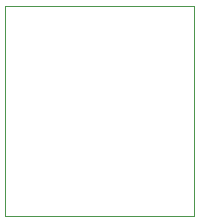
<source format=gbr>
%TF.GenerationSoftware,KiCad,Pcbnew,7.0.10*%
%TF.CreationDate,2024-02-12T13:48:28-05:00*%
%TF.ProjectId,Spectrometer_Breakout_Board,53706563-7472-46f6-9d65-7465725f4272,rev?*%
%TF.SameCoordinates,Original*%
%TF.FileFunction,Profile,NP*%
%FSLAX46Y46*%
G04 Gerber Fmt 4.6, Leading zero omitted, Abs format (unit mm)*
G04 Created by KiCad (PCBNEW 7.0.10) date 2024-02-12 13:48:28*
%MOMM*%
%LPD*%
G01*
G04 APERTURE LIST*
%TA.AperFunction,Profile*%
%ADD10C,0.100000*%
%TD*%
G04 APERTURE END LIST*
D10*
X86360000Y-76200000D02*
X102362000Y-76200000D01*
X102362000Y-93980000D01*
X86360000Y-93980000D01*
X86360000Y-76200000D01*
M02*

</source>
